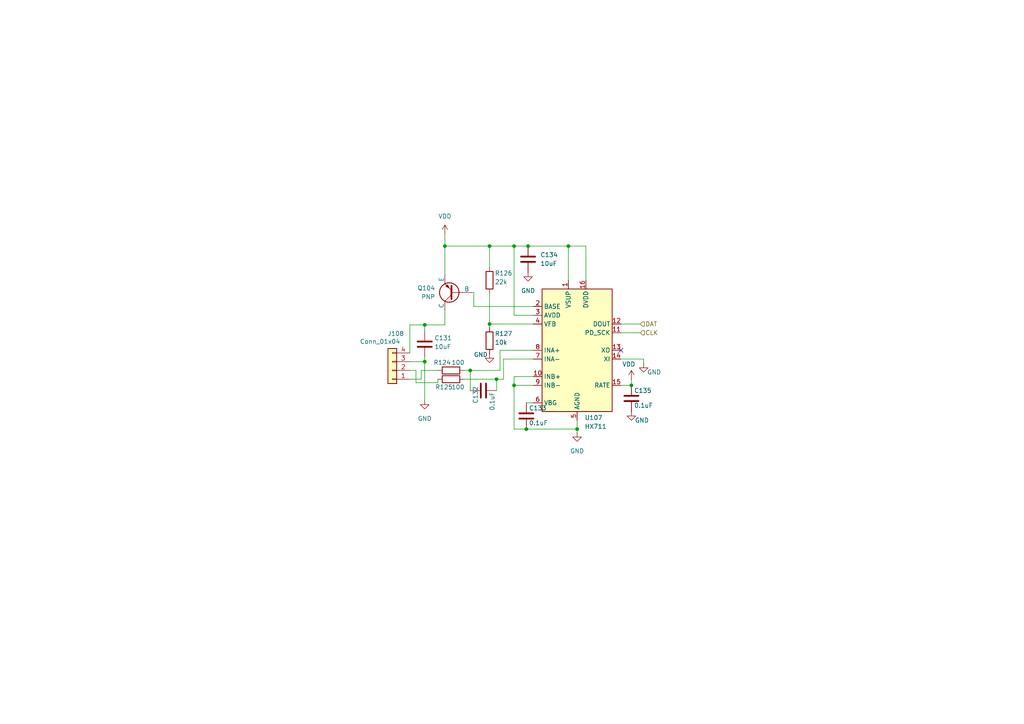
<source format=kicad_sch>
(kicad_sch (version 20231120) (generator "eeschema") (generator_version "8.0")
  (paper "A4")
  (lib_symbols
    (symbol "Analog_ADC:HX711"
      (property "Reference" "U" (at 5.08 21.59 0))
      (property "Value" "HX711" (at 7.62 19.05 0))
      (symbol "HX711_0_1"
        (rectangle (start -10.16 17.78) (end 10.16 -17.78) (stroke (width 0.254)) (fill (type background)))
      )
      (symbol "HX711_1_1"
        (pin power_in line (at -2.54 20.32 270) (length 2.54) (name "VSUP") (number "1"))
        (pin input line (at -12.7 -7.62 0) (length 2.54) (name "INB+") (number "10"))
        (pin input line (at 12.7 5.08 180) (length 2.54) (name "PD_SCK") (number "11"))
        (pin output line (at 12.7 7.62 180) (length 2.54) (name "DOUT") (number "12"))
        (pin passive line (at 12.7 0 180) (length 2.54) (name "XO") (number "13"))
        (pin passive line (at 12.7 -2.54 180) (length 2.54) (name "XI") (number "14"))
        (pin input line (at 12.7 -10.16 180) (length 2.54) (name "RATE") (number "15"))
        (pin power_in line (at 2.54 20.32 270) (length 2.54) (name "DVDD") (number "16"))
        (pin passive line (at -12.7 12.7 0) (length 2.54) (name "BASE") (number "2"))
        (pin power_in line (at -12.7 10.16 0) (length 2.54) (name "AVDD") (number "3"))
        (pin input line (at -12.7 7.62 0) (length 2.54) (name "VFB") (number "4"))
        (pin power_in line (at 0 -20.32 90) (length 2.54) (name "AGND") (number "5"))
        (pin passive line (at -12.7 -15.24 0) (length 2.54) (name "VBG") (number "6"))
        (pin input line (at -12.7 -2.54 0) (length 2.54) (name "INA-") (number "7"))
        (pin input line (at -12.7 0 0) (length 2.54) (name "INA+") (number "8"))
        (pin input line (at -12.7 -10.16 0) (length 2.54) (name "INB-") (number "9"))
      )
    )
    (symbol "Connector_Generic:Conn_01x04" (pin_names (offset 1.016) hide)
      (property "Reference" "J" (at 0 5.08 0))
      (property "Value" "Conn_01x04" (at 0 -7.62 0))
      (symbol "Conn_01x04_1_1"
        (rectangle (start -1.27 -4.953) (end 0 -5.207) (stroke (width 0.1524)))
        (rectangle (start -1.27 -2.413) (end 0 -2.667) (stroke (width 0.1524)))
        (rectangle (start -1.27 0.127) (end 0 -0.127) (stroke (width 0.1524)))
        (rectangle (start -1.27 2.667) (end 0 2.413) (stroke (width 0.1524)))
        (rectangle (start -1.27 3.81) (end 1.27 -6.35) (stroke (width 0.254)) (fill (type background)))
        (pin passive line (at -5.08 2.54 0) (length 3.81) (name "Pin_1") (number "1"))
        (pin passive line (at -5.08 0 0) (length 3.81) (name "Pin_2") (number "2"))
        (pin passive line (at -5.08 -2.54 0) (length 3.81) (name "Pin_3") (number "3"))
        (pin passive line (at -5.08 -5.08 0) (length 3.81) (name "Pin_4") (number "4"))
      )
    )
    (symbol "Device:C" (pin_numbers hide) (pin_names (offset 0.254))
      (property "Reference" "C" (at 0.635 2.54 0))
      (property "Value" "C" (at 0.635 -2.54 0))
      (symbol "C_0_1"
        (polyline (pts (xy -2.032 -0.762) (xy 2.032 -0.762)) (stroke (width 0.508)))
        (polyline (pts (xy -2.032 0.762) (xy 2.032 0.762)) (stroke (width 0.508)))
      )
      (symbol "C_1_1"
        (pin passive line (at 0 3.81 270) (length 2.794) (name "~") (number "1"))
        (pin passive line (at 0 -3.81 90) (length 2.794) (name "~") (number "2"))
      )
    )
    (symbol "Device:R" (pin_numbers hide) (pin_names (offset 0))
      (property "Reference" "R" (at 2.032 0 90))
      (property "Value" "R" (at 0 0 90))
      (symbol "R_0_1"
        (rectangle (start -1.016 -2.54) (end 1.016 2.54) (stroke (width 0.254)))
      )
      (symbol "R_1_1"
        (pin passive line (at 0 3.81 270) (length 1.27) (name "~") (number "1"))
        (pin passive line (at 0 -3.81 90) (length 1.27) (name "~") (number "2"))
      )
    )
    (symbol "Simulation_SPICE:PNP" (pin_numbers hide) (pin_names (offset 0))
      (property "Reference" "Q" (at -2.54 7.62 0))
      (property "Value" "PNP" (at -2.54 5.08 0))
      (symbol "PNP_0_1"
        (polyline (pts (xy -2.54 0) (xy 0.635 0)) (stroke (width 0.1524)))
        (polyline (pts (xy 0.635 0.635) (xy 2.54 2.54)))
        (polyline (pts (xy 0.635 -0.635) (xy 2.54 -2.54) (xy 2.54 -2.54)))
        (polyline (pts (xy 0.635 1.905) (xy 0.635 -1.905) (xy 0.635 -1.905)) (stroke (width 0.508)))
        (polyline (pts (xy 2.286 -1.778) (xy 1.778 -2.286) (xy 1.27 -1.27) (xy 2.286 -1.778) (xy 2.286 -1.778)) (fill (type outline)))
        (circle (center 1.27 0) (radius 2.8194) (stroke (width 0.254)))
      )
      (symbol "PNP_1_1"
        (pin open_collector line (at 2.54 5.08 270) (length 2.54) (name "C") (number "1"))
        (pin input line (at -5.08 0 0) (length 2.54) (name "B") (number "2"))
        (pin open_emitter line (at 2.54 -5.08 90) (length 2.54) (name "E") (number "3"))
      )
    )
    (symbol "power:GND" (power) (pin_numbers hide) (pin_names (offset 0) hide)
      (property "Value" "GND" (at 0 -3.81 0))
      (symbol "GND_0_1"
        (polyline (pts (xy 0 0) (xy 0 -1.27) (xy 1.27 -1.27) (xy 0 -2.54) (xy -1.27 -1.27) (xy 0 -1.27)))
      )
      (symbol "GND_1_1"
        (pin power_in line (at 0 0 270) (length 0) (name "~") (number "1"))
      )
    )
    (symbol "power:VDD" (power) (pin_numbers hide) (pin_names (offset 0) hide)
      (property "Value" "VDD" (at 0 3.556 0))
      (symbol "VDD_0_1"
        (polyline (pts (xy -0.762 1.27) (xy 0 2.54)))
        (polyline (pts (xy 0 0) (xy 0 2.54)))
        (polyline (pts (xy 0 2.54) (xy 0.762 1.27)))
      )
      (symbol "VDD_1_1"
        (pin power_in line (at 0 0 90) (length 0) (name "~") (number "1"))
      )
    )
  )
  (junction (at 141.986 71.374))
  (junction (at 144.018 109.982))
  (junction (at 167.386 124.46))
  (junction (at 183.134 111.76))
  (junction (at 141.986 93.98))
  (junction (at 164.846 71.374))
  (junction (at 123.19 104.902))
  (junction (at 123.19 94.234))
  (junction (at 149.098 111.76))
  (junction (at 129.032 71.374))
  (junction (at 136.398 107.442))
  (junction (at 153.162 71.374))
  (junction (at 149.098 71.374))
  (junction (at 152.654 124.46))
  (no_connect (at 180.086 101.6))
  (wire (pts (xy 123.19 104.902) (xy 123.19 116.078)))
  (wire (pts (xy 122.174 107.442) (xy 122.174 109.982)))
  (wire (pts (xy 146.05 104.14) (xy 146.05 109.982)))
  (wire (pts (xy 137.414 84.836) (xy 136.652 84.836)))
  (wire (pts (xy 154.686 109.22) (xy 149.098 109.22)))
  (wire (pts (xy 134.62 107.442) (xy 136.398 107.442)))
  (wire (pts (xy 154.686 91.44) (xy 149.098 91.44)))
  (wire (pts (xy 149.098 111.76) (xy 154.686 111.76)))
  (wire (pts (xy 152.654 124.46) (xy 167.386 124.46)))
  (wire (pts (xy 127 107.442) (xy 122.174 107.442)))
  (wire (pts (xy 180.086 111.76) (xy 183.134 111.76)))
  (wire (pts (xy 129.032 71.374) (xy 129.032 79.756)))
  (wire (pts (xy 144.018 109.982) (xy 134.62 109.982)))
  (wire (pts (xy 118.872 107.442) (xy 120.65 107.442)))
  (wire (pts (xy 122.174 109.982) (xy 118.872 109.982)))
  (wire (pts (xy 164.846 71.374) (xy 153.162 71.374)))
  (wire (pts (xy 186.69 104.14) (xy 186.69 105.41)))
  (wire (pts (xy 146.05 109.982) (xy 144.018 109.982)))
  (wire (pts (xy 164.846 81.28) (xy 164.846 71.374)))
  (wire (pts (xy 154.686 88.9) (xy 137.414 88.9)))
  (wire (pts (xy 149.098 91.44) (xy 149.098 71.374)))
  (wire (pts (xy 169.926 71.374) (xy 164.846 71.374)))
  (wire (pts (xy 167.386 125.476) (xy 167.386 124.46)))
  (wire (pts (xy 153.162 71.374) (xy 149.098 71.374)))
  (wire (pts (xy 120.65 110.998) (xy 127 110.998)))
  (wire (pts (xy 183.134 111.76) (xy 183.134 109.982)))
  (wire (pts (xy 167.386 121.92) (xy 167.386 124.46)))
  (wire (pts (xy 141.986 77.47) (xy 141.986 71.374)))
  (wire (pts (xy 141.986 93.98) (xy 154.686 93.98)))
  (wire (pts (xy 141.986 93.98) (xy 141.986 94.996)))
  (wire (pts (xy 144.018 109.982) (xy 144.018 113.284)))
  (wire (pts (xy 127 110.998) (xy 127 109.982)))
  (wire (pts (xy 129.032 71.374) (xy 141.986 71.374)))
  (wire (pts (xy 129.032 67.818) (xy 129.032 71.374)))
  (wire (pts (xy 129.032 94.234) (xy 129.032 89.916)))
  (wire (pts (xy 123.19 103.632) (xy 123.19 104.902)))
  (wire (pts (xy 118.872 94.234) (xy 123.19 94.234)))
  (wire (pts (xy 136.398 107.442) (xy 136.398 113.284)))
  (wire (pts (xy 137.414 84.836) (xy 137.414 88.9)))
  (wire (pts (xy 154.686 104.14) (xy 146.05 104.14)))
  (wire (pts (xy 145.034 107.442) (xy 145.034 101.6)))
  (wire (pts (xy 123.19 94.234) (xy 123.19 96.012)))
  (wire (pts (xy 180.086 93.98) (xy 185.674 93.98)))
  (wire (pts (xy 180.086 96.52) (xy 185.674 96.52)))
  (wire (pts (xy 141.986 71.374) (xy 149.098 71.374)))
  (wire (pts (xy 136.398 107.442) (xy 145.034 107.442)))
  (wire (pts (xy 152.654 116.84) (xy 154.686 116.84)))
  (wire (pts (xy 120.65 107.442) (xy 120.65 110.998)))
  (wire (pts (xy 169.926 81.28) (xy 169.926 71.374)))
  (wire (pts (xy 141.986 85.09) (xy 141.986 93.98)))
  (wire (pts (xy 123.19 94.234) (xy 129.032 94.234)))
  (wire (pts (xy 145.034 101.6) (xy 154.686 101.6)))
  (wire (pts (xy 149.098 124.46) (xy 152.654 124.46)))
  (wire (pts (xy 180.086 104.14) (xy 186.69 104.14)))
  (wire (pts (xy 118.872 104.902) (xy 123.19 104.902)))
  (wire (pts (xy 118.872 94.234) (xy 118.872 102.362)))
  (wire (pts (xy 149.098 111.76) (xy 149.098 124.46)))
  (wire (pts (xy 149.098 109.22) (xy 149.098 111.76)))
  (hierarchical_label "DAT" (shape input) (at 185.674 93.98 0))
  (hierarchical_label "CLK" (shape input) (at 185.674 96.52 0))
  (symbol (lib_id "power:GND") (at 183.134 119.38 0) (unit 1)
    (property "Reference" "#PWR0159" (effects (hide yes)))
    (property "Value" "GND" (at 186.182 121.92 0))
    (property "Description" "Power symbol creates a global label with name \"GND\" , ground" (effects (hide yes)))
  )
  (symbol (lib_id "Device:C") (at 153.162 75.184 0) (unit 1)
    (property "Reference" "C134" (at 156.718 73.9139 0) (effects (justify left)))
    (property "Value" "10uF" (at 156.718 76.4539 0) (effects (justify left)))
    (property "Footprint" "Capacitor_SMD:C_0603_1608Metric" (effects (hide yes)))
    (property "Description" "Unpolarized capacitor" (effects (hide yes)))
    (property "LCSC" " C96446" (effects (hide yes)))
  )
  (symbol (lib_id "Analog_ADC:HX711") (at 167.386 101.6 0) (unit 1)
    (property "Reference" "U107" (at 169.5801 121.158 0) (effects (justify left)))
    (property "Value" "HX711" (at 169.5801 123.698 0) (effects (justify left)))
    (property "Footprint" "Package_SO:SOP-16_3.9x9.9mm_P1.27mm" (effects (hide yes)))
    (property "Datasheet" "https://web.archive.org/web/20220615044707/https://akizukidenshi.com/download/ds/avia/hx711.pdf" (effects (hide yes)))
    (property "Description" "24-Bit Analog-to-Digital Converter (ADC) for Weight Scales" (effects (hide yes)))
    (property "LCSC" "C6705483" (effects (hide yes)))
  )
  (symbol (lib_id "Device:R") (at 130.81 109.982 90) (unit 1)
    (property "Reference" "R125" (at 128.778 112.268 90))
    (property "Value" "100" (at 132.842 112.268 90))
    (property "Footprint" "Resistor_SMD:R_0402_1005Metric" (effects (hide yes)))
    (property "Description" "Resistor" (effects (hide yes)))
    (property "LCSC" "C25076" (effects (hide yes)))
  )
  (symbol (lib_id "power:VDD") (at 183.134 109.982 0) (unit 1)
    (property "Reference" "#PWR0158" (effects (hide yes)))
    (property "Value" "VDD" (at 182.372 105.664 0))
    (property "Description" "Power symbol creates a global label with name \"VDD\"" (effects (hide yes)))
  )
  (symbol (lib_id "power:VDD") (at 129.032 67.818 0) (unit 1)
    (property "Reference" "#PWR0154" (effects (hide yes)))
    (property "Value" "VDD" (at 129.032 62.738 0))
    (property "Description" "Power symbol creates a global label with name \"VDD\"" (effects (hide yes)))
  )
  (symbol (lib_id "Simulation_SPICE:PNP") (at 131.572 84.836 180) (unit 1)
    (property "Reference" "Q104" (at 126.238 83.5659 0) (effects (justify left)))
    (property "Value" "PNP" (at 126.238 86.1059 0) (effects (justify left)))
    (property "Footprint" "Package_TO_SOT_SMD:SOT-23" (effects (hide yes)))
    (property "Datasheet" "https://ngspice.sourceforge.io/docs/ngspice-html-manual/manual.xhtml#cha_BJTs" (effects (hide yes)))
    (property "Description" "Bipolar transistor symbol for simulation only, substrate tied to the emitter" (effects (hide yes)))
    (property "Sim.Device" "PNP" (effects (hide yes)))
    (property "Sim.Type" "GUMMELPOON" (effects (hide yes)))
    (property "Sim.Pins" "1=C 2=B 3=E" (effects (hide yes)))
    (property "LCSC" "C8326" (effects (hide yes)))
  )
  (symbol (lib_id "power:GND") (at 141.986 102.616 0) (unit 1)
    (property "Reference" "#PWR0155" (effects (hide yes)))
    (property "Value" "GND" (at 139.446 102.87 0))
    (property "Description" "Power symbol creates a global label with name \"GND\" , ground" (effects (hide yes)))
  )
  (symbol (lib_id "Connector_Generic:Conn_01x04") (at 113.792 107.442 180) (unit 1)
    (property "Reference" "J108" (at 114.808 96.774 0))
    (property "Value" "Conn_01x04" (at 110.236 99.06 0))
    (property "Footprint" "Connector_JST:JST_PH_B4B-PH-K_1x04_P2.00mm_Vertical" (effects (hide yes)))
    (property "Description" "Generic connector, single row, 01x04, script generated (kicad-library-utils/schlib/autogen/connector/)" (effects (hide yes)))
  )
  (symbol (lib_id "Device:C") (at 140.208 113.284 90) (unit 1)
    (property "Reference" "C132" (at 137.922 117.094 0) (effects (justify left)))
    (property "Value" "0.1uF" (at 142.748 119.126 0) (effects (justify left)))
    (property "Footprint" "Capacitor_SMD:C_0402_1005Metric" (effects (hide yes)))
    (property "Description" "Unpolarized capacitor" (effects (hide yes)))
    (property "LCSC" " C1525" (effects (hide yes)))
  )
  (symbol (lib_id "Device:C") (at 183.134 115.57 0) (unit 1)
    (property "Reference" "C135" (at 183.896 113.284 0) (effects (justify left)))
    (property "Value" "0.1uF" (at 183.896 117.602 0) (effects (justify left)))
    (property "Footprint" "Capacitor_SMD:C_0402_1005Metric" (effects (hide yes)))
    (property "Description" "Unpolarized capacitor" (effects (hide yes)))
    (property "LCSC" " C1525" (effects (hide yes)))
  )
  (symbol (lib_id "Device:C") (at 123.19 99.822 0) (unit 1)
    (property "Reference" "C131" (at 125.984 98.044 0) (effects (justify left)))
    (property "Value" "10uF" (at 125.984 100.584 0) (effects (justify left)))
    (property "Footprint" "Capacitor_SMD:C_0603_1608Metric" (effects (hide yes)))
    (property "Description" "Unpolarized capacitor" (effects (hide yes)))
    (property "LCSC" " C96446" (effects (hide yes)))
  )
  (symbol (lib_id "power:GND") (at 123.19 116.078 0) (unit 1)
    (property "Reference" "#PWR0153" (effects (hide yes)))
    (property "Value" "GND" (at 123.19 121.412 0))
    (property "Description" "Power symbol creates a global label with name \"GND\" , ground" (effects (hide yes)))
  )
  (symbol (lib_id "power:GND") (at 167.386 125.476 0) (unit 1)
    (property "Reference" "#PWR0157" (effects (hide yes)))
    (property "Value" "GND" (at 167.386 130.81 0))
    (property "Description" "Power symbol creates a global label with name \"GND\" , ground" (effects (hide yes)))
  )
  (symbol (lib_id "Device:C") (at 152.654 120.65 0) (unit 1)
    (property "Reference" "C133" (at 153.416 118.364 0) (effects (justify left)))
    (property "Value" "0.1uF" (at 153.416 122.682 0) (effects (justify left)))
    (property "Footprint" "Capacitor_SMD:C_0402_1005Metric" (effects (hide yes)))
    (property "Description" "Unpolarized capacitor" (effects (hide yes)))
    (property "LCSC" " C1525" (effects (hide yes)))
  )
  (symbol (lib_id "Device:R") (at 141.986 81.28 0) (unit 1)
    (property "Reference" "R126" (at 143.51 79.248 0) (effects (justify left)))
    (property "Value" "22k" (at 143.51 81.788 0) (effects (justify left)))
    (property "Footprint" "Resistor_SMD:R_0402_1005Metric" (effects (hide yes)))
    (property "Description" "Resistor" (effects (hide yes)))
    (property "LCSC" "C25768" (effects (hide yes)))
  )
  (symbol (lib_id "power:GND") (at 153.162 78.994 0) (unit 1)
    (property "Reference" "#PWR0156" (effects (hide yes)))
    (property "Value" "GND" (at 153.162 84.328 0))
    (property "Description" "Power symbol creates a global label with name \"GND\" , ground" (effects (hide yes)))
  )
  (symbol (lib_id "power:GND") (at 186.69 105.41 0) (unit 1)
    (property "Reference" "#PWR0160" (effects (hide yes)))
    (property "Value" "GND" (at 189.738 107.95 0))
    (property "Description" "Power symbol creates a global label with name \"GND\" , ground" (effects (hide yes)))
  )
  (symbol (lib_id "Device:R") (at 130.81 107.442 90) (unit 1)
    (property "Reference" "R124" (at 128.27 105.156 90))
    (property "Value" "100" (at 132.842 105.156 90))
    (property "Footprint" "Resistor_SMD:R_0402_1005Metric" (effects (hide yes)))
    (property "Description" "Resistor" (effects (hide yes)))
    (property "LCSC" "C25076" (effects (hide yes)))
  )
  (symbol (lib_id "Device:R") (at 141.986 98.806 0) (unit 1)
    (property "Reference" "R127" (at 143.51 96.774 0) (effects (justify left)))
    (property "Value" "10k" (at 143.51 99.314 0) (effects (justify left)))
    (property "Footprint" "Resistor_SMD:R_0402_1005Metric" (effects (hide yes)))
    (property "Description" "Resistor" (effects (hide yes)))
    (property "LCSC" "C25744" (effects (hide yes)))
  )
)
</source>
